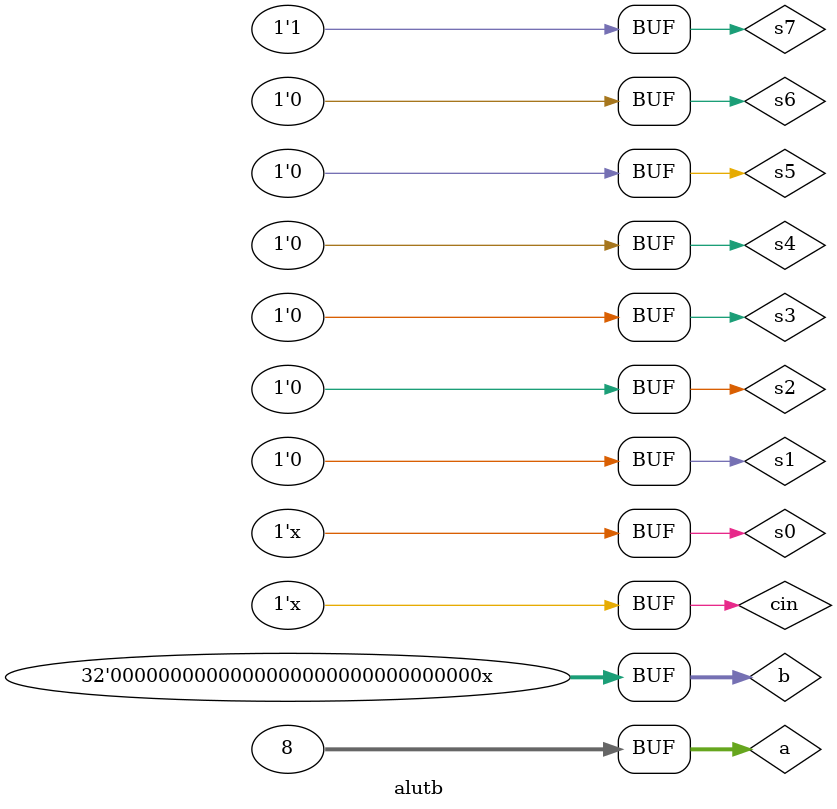
<source format=v>
`timescale 1ns / 1ps


module alutb;

	// Inputs
	reg [31:0] a;
	reg [31:0] b;
	reg s2;
	reg s3;
	reg s1;
	reg s0;
	reg s4;
	reg s5;
	reg s6;
	reg s7;
	reg cin;

	// Outputs
	wire [31:0] result;

	// Instantiate the Unit Under Test (UUT)
	alu2 uut (
		.a(a), 
		.b(b), 
		.s2(s2), 
		.s3(s3), 
		.s1(s1), 
		.s0(s0), 
		.s4(s4), 
		.s5(s5), 
		.s6(s6), 
		.s7(s7), 
		.cin(cin), 
		.result(result)
	);

	initial begin
		// Initialize Inputs
		a = 4;
		b = 4;
		s2 = 0;
		s3 = 0;
		s1 = 0;
		s0 = 0;
		s4 = 0;
		s5 = 0;		//add
		s6 = 1;
		s7 = 1;
		cin = 0;
		#100;
		
		a = 4;
		b = 4;
		s2 = 0;
		s3 = 0;
		s1 = 0;
		s0 = 0;
		s4 = 0;		//add with carry
		s5 = 0;
		s6 = 1;
		s7 = 0;
		cin = 1;
		#100;
		
		a = 4;
		b = 4;
		s2 = 0;
		s3 = 0;
		s1 = 0;
		s0 = 1;
		s4 = 0;
		s5 = 1;		//sub
		s6 = 0;
		s7 = 0;
		cin = 1;
		#100;
		
		a = 4;
		b = 4;
		s2 = 0;
		s3 = 0;
		s1 = 0;
		s0 = 1;
		s4 = 0;
		s5 = 1;		//sub with borrow
		s6 = 0;
		s7 = 1;
		cin = 0;
		#100;
		
		a = 4;
		b = 4;
		s2 = 0;
		s3 = 0;
		s1 = 1;
		s0 = 1;
		s4 = 0;
		s5 = 1;		//increment
		s6 = 1;
		s7 = 0;
		cin = 0;
		#100;
		a = 4;
		b = 4;
		s2 = 0;
		s3 = 0;
		s1 = 1;
		s0 = 0;
		s4 = 0;
		s5 = 1;		//decrement
		s6 = 1;
		s7 = 1;
		cin = 0;
		#100;
		
		a = 4;
		b = 4;
		s2 = 0;
		s3 = 0;
		s1 = 1;
		s0 = 0;
		s4 = 0;
		s5 = 0;		//transfer
		s6 = 0;
		s7 = 0;
		cin = 0;
		#100
		
		a = 1;
		b = 1;
		s2 = 0;
		s3 = 0;
		s1 = 0;
		s0 = 0;
		s4 = 0;
		s5 = 0;		//and
		s6 = 0;
		s7 = 0;
		cin = 1'bx;
		#100;
		
		
		a = 0;
		b = 1;
		s2 = 1;
		s3 = 0;
		s1 = 0;
		s0 = 0;
		s4 = 0;
		s5 = 0;		//or
		s6 = 0;
		s7 = 0;
		cin = 1'bx;
		#100;
	
		
		a = 1;
		b = 1'bx;
		s2 = 0;
		s3 = 1;
		s1 = 0;
		s0 = 0;
		s4 = 0;
		s5 = 0;		//not
		s6 = 0;
		s7 = 0;
		cin = 1'bx;
		#100;
	
		a = 0;
		b = 1;
		s2 = 1;
		s3 = 1;
		s1 = 0;
		s0 = 0;
		s4 = 0;
		s5 = 0;		//xor
		s6 = 0;
		s7 = 0;
		cin = 1'bx;
		#100;
		
		a = 8;
		b = 1'bx;
		s2 = 0;
		s3 = 0;
		s1 = 1;
		s0 = 1'bx;
		s4 = 0;
		s5 = 0;		//shift left
		s6 = 0;
		s7 = 1;
		cin = 1'bx;
		#100;
		
		a = 8;
		b = 1'bx;
		s2 = 0;
		s3 = 0;
		s1 = 0;
		s0 = 1'bx;
		s4 = 0;
		s5 = 0;		//shift right
		s6 = 0;
		s7 = 1;
		cin = 1'bx;
		#100;


		// Wait 100 ns for global reset to finish
		#100;
        
		// Add stimulus here

	end
      
endmodule


</source>
